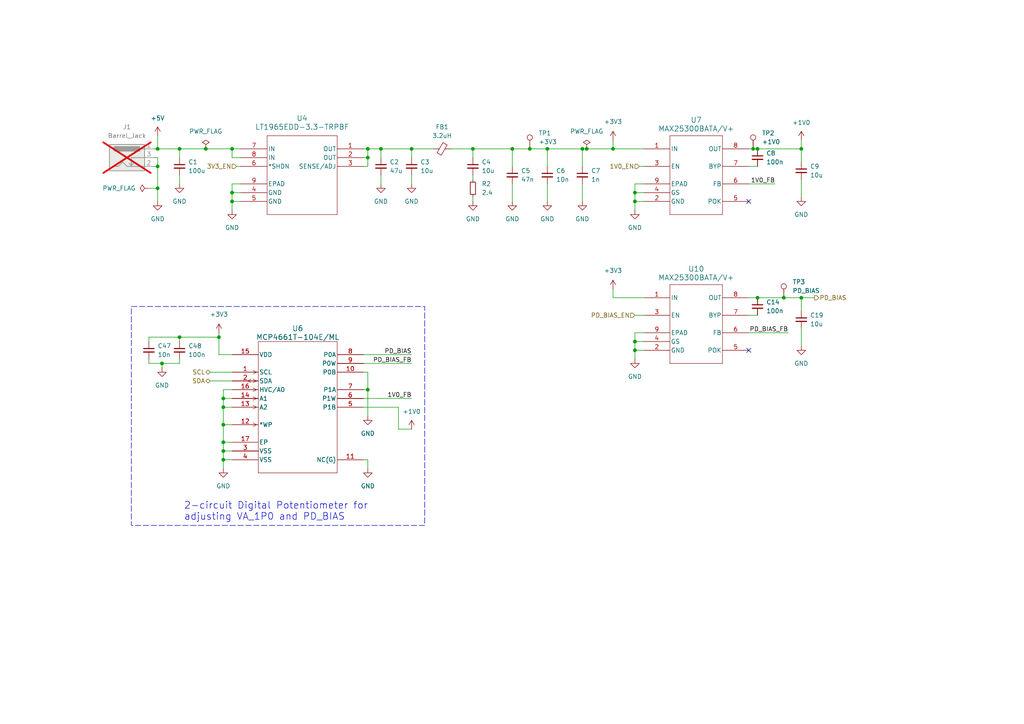
<source format=kicad_sch>
(kicad_sch (version 20230121) (generator eeschema)
  (paper "A4")
  (lib_symbols
    (symbol "Connector:Barrel_Jack_Switch" (pin_names hide)
      (property "Reference" "J" (at 0 5.334 0))
      (property "Value" "Barrel_Jack_Switch" (at 0 -5.08 0))
      (symbol "Barrel_Jack_Switch_0_1"
        (rectangle (start -5.08 3.81) (end 5.08 -3.81) (stroke (width 0.254)) (fill (type background)))
        (arc (start -3.302 3.175) (mid -3.9343 2.54) (end -3.302 1.905) (stroke (width 0.254)))
        (arc (start -3.302 3.175) (mid -3.9343 2.54) (end -3.302 1.905) (stroke (width 0.254)) (fill (type outline)))
        (polyline (pts (xy 1.27 -2.286) (xy 1.905 -1.651)) (stroke (width 0.254)))
        (polyline (pts (xy 5.08 2.54) (xy 3.81 2.54)) (stroke (width 0.254)))
        (polyline (pts (xy 5.08 0) (xy 1.27 0) (xy 1.27 -2.286) (xy 0.635 -1.651)) (stroke (width 0.254)))
        (polyline (pts (xy -3.81 -2.54) (xy -2.54 -2.54) (xy -1.27 -1.27) (xy 0 -2.54) (xy 2.54 -2.54) (xy 5.08 -2.54)) (stroke (width 0.254)))
        (rectangle (start 3.683 3.175) (end -3.302 1.905) (stroke (width 0.254)) (fill (type outline)))
      )
      (symbol "Barrel_Jack_Switch_1_1"
        (pin passive line (at 7.62 2.54 180) (length 2.54) (name "~") (number "1"))
        (pin passive line (at 7.62 -2.54 180) (length 2.54) (name "~") (number "2"))
        (pin passive line (at 7.62 0 180) (length 2.54) (name "~") (number "3"))
      )
    )
    (symbol "Connector:TestPoint" (pin_numbers hide) (pin_names (offset 0.762) hide)
      (property "Reference" "TP" (at 0 6.858 0))
      (property "Value" "TestPoint" (at 0 5.08 0))
      (symbol "TestPoint_0_1"
        (circle (center 0 3.302) (radius 0.762))
      )
      (symbol "TestPoint_1_1"
        (pin passive line (at 0 0 90) (length 2.54) (name "1") (number "1"))
      )
    )
    (symbol "Device:C_Small" (pin_numbers hide) (pin_names (offset 0.254) hide)
      (property "Reference" "C" (at 0.254 1.778 0))
      (property "Value" "C_Small" (at 0.254 -2.032 0))
      (symbol "C_Small_0_1"
        (polyline (pts (xy -1.524 -0.508) (xy 1.524 -0.508)) (stroke (width 0.3302)))
        (polyline (pts (xy -1.524 0.508) (xy 1.524 0.508)) (stroke (width 0.3048)))
      )
      (symbol "C_Small_1_1"
        (pin passive line (at 0 2.54 270) (length 2.032) (name "~") (number "1"))
        (pin passive line (at 0 -2.54 90) (length 2.032) (name "~") (number "2"))
      )
    )
    (symbol "Device:FerriteBead_Small" (pin_numbers hide) (pin_names (offset 0))
      (property "Reference" "FB" (at 1.905 1.27 0))
      (property "Value" "FerriteBead_Small" (at 1.905 -1.27 0))
      (symbol "FerriteBead_Small_0_1"
        (polyline (pts (xy 0 -1.27) (xy 0 -0.7874)))
        (polyline (pts (xy 0 0.889) (xy 0 1.2954)))
        (polyline (pts (xy -1.8288 0.2794) (xy -1.1176 1.4986) (xy 1.8288 -0.2032) (xy 1.1176 -1.4224) (xy -1.8288 0.2794)))
      )
      (symbol "FerriteBead_Small_1_1"
        (pin passive line (at 0 2.54 270) (length 1.27) (name "~") (number "1"))
        (pin passive line (at 0 -2.54 90) (length 1.27) (name "~") (number "2"))
      )
    )
    (symbol "Device:R_Small" (pin_numbers hide) (pin_names (offset 0.254) hide)
      (property "Reference" "R" (at 0.762 0.508 0))
      (property "Value" "R_Small" (at 0.762 -1.016 0))
      (symbol "R_Small_0_1"
        (rectangle (start -0.762 1.778) (end 0.762 -1.778) (stroke (width 0.2032)))
      )
      (symbol "R_Small_1_1"
        (pin passive line (at 0 2.54 270) (length 0.762) (name "~") (number "1"))
        (pin passive line (at 0 -2.54 90) (length 0.762) (name "~") (number "2"))
      )
    )
    (symbol "imported_components:LT1965EDD-3.3-TRPBF" (pin_names (offset 0.254))
      (property "Reference" "U" (at 0 15.24 0))
      (property "Value" "LT1965EDD-3.3-TRPBF" (at 0 12.7 0))
      (symbol "LT1965EDD-3.3-TRPBF_0_1"
        (polyline (pts (xy -10.16 -11.43) (xy 10.16 -11.43)) (stroke (width 0.127)))
        (polyline (pts (xy -10.16 11.43) (xy -10.16 -11.43)) (stroke (width 0.127)))
        (polyline (pts (xy 10.16 -11.43) (xy 10.16 11.43)) (stroke (width 0.127)))
        (polyline (pts (xy 10.16 11.43) (xy -10.16 11.43)) (stroke (width 0.127)))
        (pin input line (at 17.78 2.54 180) (length 7.62) (name "SENSE/ADJ") (number "3"))
        (pin power_in line (at -17.78 -5.08 0) (length 7.62) (name "GND") (number "4"))
        (pin power_in line (at -17.78 -7.62 0) (length 7.62) (name "GND") (number "5"))
      )
      (symbol "LT1965EDD-3.3-TRPBF_1_1"
        (pin power_out line (at 17.78 7.62 180) (length 7.62) (name "OUT") (number "1"))
        (pin power_in line (at 17.78 5.08 180) (length 7.62) (name "OUT") (number "2"))
        (pin input line (at -17.78 2.54 0) (length 7.62) (name "*SHDN") (number "6"))
        (pin power_in line (at -17.78 7.62 0) (length 7.62) (name "IN") (number "7"))
        (pin power_in line (at -17.78 5.08 0) (length 7.62) (name "IN") (number "8"))
        (pin power_in line (at -17.78 -2.54 0) (length 7.62) (name "EPAD") (number "9"))
      )
    )
    (symbol "imported_components:MAX25300BATA_V+" (pin_names (offset 0.254))
      (property "Reference" "U" (at 0 15.24 0))
      (property "Value" "MAX25300BATA/V+" (at 0 12.7 0))
      (symbol "MAX25300BATA_V+_0_1"
        (polyline (pts (xy -7.62 -11.43) (xy 7.62 -11.43)) (stroke (width 0.127)))
        (polyline (pts (xy -7.62 11.43) (xy -7.62 -11.43)) (stroke (width 0.127)))
        (polyline (pts (xy 7.62 -11.43) (xy 7.62 11.43)) (stroke (width 0.127)))
        (polyline (pts (xy 7.62 11.43) (xy -7.62 11.43)) (stroke (width 0.127)))
        (pin power_in line (at -15.24 -7.62 0) (length 7.62) (name "GND") (number "2"))
        (pin input line (at -15.24 2.54 0) (length 7.62) (name "EN") (number "3"))
        (pin output line (at 15.24 -7.62 180) (length 7.62) (name "POK") (number "5"))
        (pin input line (at 15.24 -2.54 180) (length 7.62) (name "FB") (number "6"))
        (pin input line (at 15.24 2.54 180) (length 7.62) (name "BYP") (number "7"))
        (pin power_in line (at -15.24 -2.54 0) (length 7.62) (name "EPAD") (number "9"))
      )
      (symbol "MAX25300BATA_V+_1_1"
        (pin power_in line (at -15.24 7.62 0) (length 7.62) (name "IN") (number "1"))
        (pin power_in line (at -15.24 -5.08 0) (length 7.62) (name "GS") (number "4"))
        (pin power_out line (at 15.24 7.62 180) (length 7.62) (name "OUT") (number "8"))
      )
    )
    (symbol "imported_components:MCP4661T-104E_ML" (pin_names (offset 0.254))
      (property "Reference" "U" (at 0 22.86 0))
      (property "Value" "MCP4661T-104E/ML" (at 0 20.32 0))
      (symbol "MCP4661T-104E_ML_0_1"
        (polyline (pts (xy -13.5128 7.0993) (xy -14.5542 7.62)) (stroke (width 0.127)))
        (polyline (pts (xy -13.5128 8.1407) (xy -14.5542 7.62)) (stroke (width 0.127)))
        (polyline (pts (xy -11.9507 -5.08) (xy -12.9921 -5.6007)) (stroke (width 0.127)))
        (polyline (pts (xy -11.9507 -5.08) (xy -12.9921 -4.5593)) (stroke (width 0.127)))
        (polyline (pts (xy -11.9507 0) (xy -12.9921 -0.5207)) (stroke (width 0.127)))
        (polyline (pts (xy -11.9507 0) (xy -12.9921 0.5207)) (stroke (width 0.127)))
        (polyline (pts (xy -11.9507 2.54) (xy -12.9921 2.0193)) (stroke (width 0.127)))
        (polyline (pts (xy -11.9507 2.54) (xy -12.9921 3.0607)) (stroke (width 0.127)))
        (polyline (pts (xy -11.9507 5.08) (xy -12.9921 4.5593)) (stroke (width 0.127)))
        (polyline (pts (xy -11.9507 5.08) (xy -12.9921 5.6007)) (stroke (width 0.127)))
        (polyline (pts (xy -11.9507 7.62) (xy -12.9921 7.0993)) (stroke (width 0.127)))
        (polyline (pts (xy -11.9507 7.62) (xy -12.9921 8.1407)) (stroke (width 0.127)))
        (polyline (pts (xy -11.9507 10.16) (xy -12.9921 9.6393)) (stroke (width 0.127)))
        (polyline (pts (xy -11.9507 10.16) (xy -12.9921 10.6807)) (stroke (width 0.127)))
        (polyline (pts (xy -11.43 -19.05) (xy 11.43 -19.05)) (stroke (width 0.127)))
        (polyline (pts (xy -11.43 19.05) (xy -11.43 -19.05)) (stroke (width 0.127)))
        (polyline (pts (xy 11.43 -19.05) (xy 11.43 19.05)) (stroke (width 0.127)))
        (polyline (pts (xy 11.43 19.05) (xy -11.43 19.05)) (stroke (width 0.127)))
        (pin input line (at -19.05 10.16 0) (length 7.62) (name "SCL") (number "1"))
        (pin input line (at -19.05 -5.08 0) (length 7.62) (name "*WP") (number "12"))
        (pin input line (at -19.05 0 0) (length 7.62) (name "A2") (number "13"))
        (pin input line (at -19.05 2.54 0) (length 7.62) (name "A1") (number "14"))
        (pin power_in line (at -19.05 15.24 0) (length 7.62) (name "VDD") (number "15"))
        (pin input line (at -19.05 5.08 0) (length 7.62) (name "HVC/A0") (number "16"))
        (pin bidirectional line (at -19.05 7.62 0) (length 7.62) (name "SDA") (number "2"))
        (pin power_in line (at -19.05 -12.7 0) (length 7.62) (name "VSS") (number "3"))
        (pin power_in line (at -19.05 -15.24 0) (length 7.62) (name "VSS") (number "4"))
      )
      (symbol "MCP4661T-104E_ML_1_1"
        (pin passive line (at 19.05 10.16 180) (length 7.62) (name "P0B") (number "10"))
        (pin power_in line (at 19.05 -15.24 180) (length 7.62) (name "NC(G)") (number "11"))
        (pin power_in line (at -19.05 -10.16 0) (length 7.62) (name "EP") (number "17"))
        (pin passive line (at 19.05 0 180) (length 7.62) (name "P1B") (number "5"))
        (pin passive line (at 19.05 2.54 180) (length 7.62) (name "P1W") (number "6"))
        (pin passive line (at 19.05 5.08 180) (length 7.62) (name "P1A") (number "7"))
        (pin passive line (at 19.05 15.24 180) (length 7.62) (name "P0A") (number "8"))
        (pin passive line (at 19.05 12.7 180) (length 7.62) (name "P0W") (number "9"))
      )
    )
    (symbol "power:+1V0" (power) (pin_names (offset 0))
      (property "Value" "+1V0" (at 0 3.556 0))
      (symbol "+1V0_0_1"
        (polyline (pts (xy -0.762 1.27) (xy 0 2.54)))
        (polyline (pts (xy 0 0) (xy 0 2.54)))
        (polyline (pts (xy 0 2.54) (xy 0.762 1.27)))
      )
      (symbol "+1V0_1_1"
        (pin power_in line (at 0 0 90) (length 0) hide (name "+1V0") (number "1"))
      )
    )
    (symbol "power:+3V3" (power) (pin_names (offset 0))
      (property "Value" "+3V3" (at 0 3.556 0))
      (symbol "+3V3_0_1"
        (polyline (pts (xy -0.762 1.27) (xy 0 2.54)))
        (polyline (pts (xy 0 0) (xy 0 2.54)))
        (polyline (pts (xy 0 2.54) (xy 0.762 1.27)))
      )
      (symbol "+3V3_1_1"
        (pin power_in line (at 0 0 90) (length 0) hide (name "+3V3") (number "1"))
      )
    )
    (symbol "power:+5V" (power) (pin_names (offset 0))
      (property "Value" "+5V" (at 0 3.556 0))
      (symbol "+5V_0_1"
        (polyline (pts (xy -0.762 1.27) (xy 0 2.54)))
        (polyline (pts (xy 0 0) (xy 0 2.54)))
        (polyline (pts (xy 0 2.54) (xy 0.762 1.27)))
      )
      (symbol "+5V_1_1"
        (pin power_in line (at 0 0 90) (length 0) hide (name "+5V") (number "1"))
      )
    )
    (symbol "power:GND" (power) (pin_names (offset 0))
      (property "Value" "GND" (at 0 -3.81 0))
      (symbol "GND_0_1"
        (polyline (pts (xy 0 0) (xy 0 -1.27) (xy 1.27 -1.27) (xy 0 -2.54) (xy -1.27 -1.27) (xy 0 -1.27)))
      )
      (symbol "GND_1_1"
        (pin power_in line (at 0 0 270) (length 0) hide (name "GND") (number "1"))
      )
    )
    (symbol "power:PWR_FLAG" (power) (pin_numbers hide) (pin_names (offset 0) hide)
      (property "Value" "PWR_FLAG" (at 0 3.81 0))
      (symbol "PWR_FLAG_0_0"
        (pin power_out line (at 0 0 90) (length 0) (name "pwr") (number "1"))
      )
      (symbol "PWR_FLAG_0_1"
        (polyline (pts (xy 0 0) (xy 0 1.27) (xy -1.016 1.905) (xy 0 2.54) (xy 1.016 1.905) (xy 0 1.27)))
      )
    )
  )
  (junction (at 45.72 54.61))
  (junction (at 106.68 45.72))
  (junction (at 67.31 43.18))
  (junction (at 218.44 43.18))
  (junction (at 110.49 43.18))
  (junction (at 158.75 43.18))
  (junction (at 46.99 105.41))
  (junction (at 63.5 97.79))
  (junction (at 52.07 43.18))
  (junction (at 64.77 118.11))
  (junction (at 67.31 58.42))
  (junction (at 232.41 86.36))
  (junction (at 45.72 43.18))
  (junction (at 148.59 43.18))
  (junction (at 219.71 86.36))
  (junction (at 184.15 58.42))
  (junction (at 219.71 43.18))
  (junction (at 137.16 43.18))
  (junction (at 64.77 128.27))
  (junction (at 106.68 43.18))
  (junction (at 119.38 43.18))
  (junction (at 64.77 130.81))
  (junction (at 64.77 115.57))
  (junction (at 106.68 113.03))
  (junction (at 184.15 55.88))
  (junction (at 64.77 133.35))
  (junction (at 64.77 123.19))
  (junction (at 232.41 43.18))
  (junction (at 153.67 43.18))
  (junction (at 170.18 43.18))
  (junction (at 45.72 48.26))
  (junction (at 52.07 97.79))
  (junction (at 168.91 43.18))
  (junction (at 184.15 101.6))
  (junction (at 59.69 43.18))
  (junction (at 67.31 55.88))
  (junction (at 227.33 86.36))
  (junction (at 184.15 99.06))
  (junction (at 177.8 43.18))
  (no_connect (at 217.17 101.6))
  (no_connect (at 217.17 58.42))
  (wire (pts (xy 64.77 118.11) (xy 67.31 118.11)))
  (wire (pts (xy 105.41 43.18) (xy 106.68 43.18)))
  (wire (pts (xy 110.49 43.18) (xy 110.49 45.72)))
  (wire (pts (xy 219.71 86.36) (xy 227.33 86.36)))
  (wire (pts (xy 217.17 53.34) (xy 224.79 53.34)))
  (wire (pts (xy 69.85 45.72) (xy 67.31 45.72)))
  (wire (pts (xy 45.72 54.61) (xy 43.18 54.61)))
  (wire (pts (xy 52.07 104.14) (xy 52.07 105.41)))
  (wire (pts (xy 105.41 48.26) (xy 106.68 48.26)))
  (wire (pts (xy 177.8 83.82) (xy 177.8 86.36)))
  (wire (pts (xy 184.15 99.06) (xy 186.69 99.06)))
  (wire (pts (xy 137.16 43.18) (xy 137.16 45.72)))
  (wire (pts (xy 115.57 124.46) (xy 119.38 124.46)))
  (wire (pts (xy 119.38 43.18) (xy 125.73 43.18)))
  (wire (pts (xy 44.45 43.18) (xy 45.72 43.18)))
  (wire (pts (xy 63.5 96.52) (xy 63.5 97.79)))
  (wire (pts (xy 52.07 43.18) (xy 59.69 43.18)))
  (wire (pts (xy 67.31 113.03) (xy 64.77 113.03)))
  (wire (pts (xy 217.17 91.44) (xy 219.71 91.44)))
  (wire (pts (xy 106.68 48.26) (xy 106.68 45.72)))
  (wire (pts (xy 105.41 107.95) (xy 106.68 107.95)))
  (wire (pts (xy 67.31 45.72) (xy 67.31 43.18)))
  (wire (pts (xy 45.72 54.61) (xy 45.72 58.42)))
  (wire (pts (xy 64.77 115.57) (xy 64.77 118.11)))
  (wire (pts (xy 168.91 53.34) (xy 168.91 58.42)))
  (wire (pts (xy 184.15 58.42) (xy 186.69 58.42)))
  (wire (pts (xy 148.59 43.18) (xy 153.67 43.18)))
  (wire (pts (xy 43.18 97.79) (xy 43.18 99.06)))
  (wire (pts (xy 67.31 58.42) (xy 67.31 60.96)))
  (wire (pts (xy 60.96 110.49) (xy 67.31 110.49)))
  (wire (pts (xy 46.99 105.41) (xy 46.99 106.68)))
  (wire (pts (xy 219.71 43.18) (xy 232.41 43.18)))
  (wire (pts (xy 63.5 102.87) (xy 67.31 102.87)))
  (wire (pts (xy 64.77 123.19) (xy 67.31 123.19)))
  (wire (pts (xy 184.15 99.06) (xy 184.15 101.6)))
  (wire (pts (xy 106.68 45.72) (xy 106.68 43.18)))
  (wire (pts (xy 227.33 86.36) (xy 232.41 86.36)))
  (wire (pts (xy 184.15 55.88) (xy 184.15 58.42)))
  (wire (pts (xy 137.16 57.15) (xy 137.16 58.42)))
  (wire (pts (xy 184.15 53.34) (xy 184.15 55.88)))
  (wire (pts (xy 45.72 45.72) (xy 45.72 48.26)))
  (wire (pts (xy 52.07 50.8) (xy 52.07 53.34)))
  (wire (pts (xy 64.77 130.81) (xy 64.77 133.35)))
  (wire (pts (xy 44.45 48.26) (xy 45.72 48.26)))
  (wire (pts (xy 148.59 43.18) (xy 148.59 48.26)))
  (wire (pts (xy 184.15 101.6) (xy 184.15 104.14)))
  (wire (pts (xy 119.38 43.18) (xy 119.38 45.72)))
  (wire (pts (xy 60.96 107.95) (xy 67.31 107.95)))
  (wire (pts (xy 177.8 40.64) (xy 177.8 43.18)))
  (wire (pts (xy 63.5 97.79) (xy 63.5 102.87)))
  (wire (pts (xy 64.77 113.03) (xy 64.77 115.57)))
  (wire (pts (xy 177.8 43.18) (xy 186.69 43.18)))
  (wire (pts (xy 232.41 40.64) (xy 232.41 43.18)))
  (wire (pts (xy 52.07 99.06) (xy 52.07 97.79)))
  (wire (pts (xy 217.17 96.52) (xy 228.6 96.52)))
  (wire (pts (xy 119.38 50.8) (xy 119.38 53.34)))
  (wire (pts (xy 67.31 53.34) (xy 67.31 55.88)))
  (wire (pts (xy 105.41 118.11) (xy 115.57 118.11)))
  (wire (pts (xy 137.16 50.8) (xy 137.16 52.07)))
  (wire (pts (xy 52.07 97.79) (xy 63.5 97.79)))
  (wire (pts (xy 67.31 55.88) (xy 69.85 55.88)))
  (wire (pts (xy 130.81 43.18) (xy 137.16 43.18)))
  (wire (pts (xy 137.16 43.18) (xy 148.59 43.18)))
  (wire (pts (xy 218.44 43.18) (xy 219.71 43.18)))
  (wire (pts (xy 46.99 105.41) (xy 43.18 105.41)))
  (wire (pts (xy 186.69 96.52) (xy 184.15 96.52)))
  (wire (pts (xy 217.17 48.26) (xy 219.71 48.26)))
  (wire (pts (xy 64.77 128.27) (xy 64.77 130.81)))
  (wire (pts (xy 115.57 118.11) (xy 115.57 124.46)))
  (wire (pts (xy 232.41 95.25) (xy 232.41 100.33)))
  (wire (pts (xy 67.31 58.42) (xy 69.85 58.42)))
  (wire (pts (xy 110.49 43.18) (xy 119.38 43.18)))
  (wire (pts (xy 106.68 43.18) (xy 110.49 43.18)))
  (wire (pts (xy 45.72 39.37) (xy 45.72 43.18)))
  (wire (pts (xy 43.18 97.79) (xy 52.07 97.79)))
  (wire (pts (xy 168.91 43.18) (xy 170.18 43.18)))
  (wire (pts (xy 67.31 115.57) (xy 64.77 115.57)))
  (wire (pts (xy 106.68 113.03) (xy 106.68 120.65)))
  (wire (pts (xy 217.17 43.18) (xy 218.44 43.18)))
  (wire (pts (xy 45.72 43.18) (xy 52.07 43.18)))
  (wire (pts (xy 44.45 45.72) (xy 45.72 45.72)))
  (wire (pts (xy 43.18 105.41) (xy 43.18 104.14)))
  (wire (pts (xy 69.85 48.26) (xy 68.58 48.26)))
  (wire (pts (xy 105.41 45.72) (xy 106.68 45.72)))
  (wire (pts (xy 158.75 43.18) (xy 158.75 48.26)))
  (wire (pts (xy 158.75 53.34) (xy 158.75 58.42)))
  (wire (pts (xy 67.31 43.18) (xy 69.85 43.18)))
  (wire (pts (xy 105.41 133.35) (xy 106.68 133.35)))
  (wire (pts (xy 67.31 128.27) (xy 64.77 128.27)))
  (wire (pts (xy 148.59 53.34) (xy 148.59 58.42)))
  (wire (pts (xy 232.41 86.36) (xy 236.22 86.36)))
  (wire (pts (xy 105.41 102.87) (xy 119.38 102.87)))
  (wire (pts (xy 59.69 43.18) (xy 67.31 43.18)))
  (wire (pts (xy 184.15 58.42) (xy 184.15 60.96)))
  (wire (pts (xy 184.15 91.44) (xy 186.69 91.44)))
  (wire (pts (xy 185.42 48.26) (xy 186.69 48.26)))
  (wire (pts (xy 52.07 43.18) (xy 52.07 45.72)))
  (wire (pts (xy 217.17 86.36) (xy 219.71 86.36)))
  (wire (pts (xy 158.75 43.18) (xy 168.91 43.18)))
  (wire (pts (xy 232.41 52.07) (xy 232.41 57.15)))
  (wire (pts (xy 67.31 55.88) (xy 67.31 58.42)))
  (wire (pts (xy 105.41 115.57) (xy 119.38 115.57)))
  (wire (pts (xy 105.41 105.41) (xy 119.38 105.41)))
  (wire (pts (xy 168.91 43.18) (xy 168.91 48.26)))
  (wire (pts (xy 232.41 43.18) (xy 232.41 46.99)))
  (wire (pts (xy 105.41 113.03) (xy 106.68 113.03)))
  (wire (pts (xy 64.77 118.11) (xy 64.77 123.19)))
  (wire (pts (xy 153.67 43.18) (xy 158.75 43.18)))
  (wire (pts (xy 184.15 55.88) (xy 186.69 55.88)))
  (wire (pts (xy 69.85 53.34) (xy 67.31 53.34)))
  (wire (pts (xy 184.15 96.52) (xy 184.15 99.06)))
  (wire (pts (xy 232.41 86.36) (xy 232.41 90.17)))
  (wire (pts (xy 110.49 50.8) (xy 110.49 53.34)))
  (wire (pts (xy 106.68 107.95) (xy 106.68 113.03)))
  (wire (pts (xy 106.68 133.35) (xy 106.68 135.89)))
  (wire (pts (xy 64.77 133.35) (xy 67.31 133.35)))
  (wire (pts (xy 64.77 133.35) (xy 64.77 135.89)))
  (wire (pts (xy 45.72 54.61) (xy 45.72 48.26)))
  (wire (pts (xy 184.15 101.6) (xy 186.69 101.6)))
  (wire (pts (xy 170.18 43.18) (xy 177.8 43.18)))
  (wire (pts (xy 64.77 130.81) (xy 67.31 130.81)))
  (wire (pts (xy 52.07 105.41) (xy 46.99 105.41)))
  (wire (pts (xy 64.77 123.19) (xy 64.77 128.27)))
  (wire (pts (xy 177.8 86.36) (xy 186.69 86.36)))
  (wire (pts (xy 186.69 53.34) (xy 184.15 53.34)))
  (rectangle (start 38.1 88.9) (end 123.19 152.4) (stroke (width 0) (type dash)))
  (text "2-circuit Digital Potentiometer for \nadjusting VA_1P0 and PD_BIAS" (at 53.34 151.13 0) (effects (font (size 2 2)) (justify left bottom)))
  (label "PD_BIAS_FB" (at 228.6 96.52 180))
  (label "PD_BIAS_FB" (at 119.38 105.41 180))
  (label "1V0_FB" (at 119.38 115.57 180))
  (label "PD_BIAS" (at 119.38 102.87 180))
  (label "1V0_FB" (at 224.79 53.34 180))
  (hierarchical_label "1V0_EN" (shape input) (at 185.42 48.26 180))
  (hierarchical_label "PD_BIAS" (shape output) (at 236.22 86.36 0))
  (hierarchical_label "3V3_EN" (shape input) (at 68.58 48.26 180))
  (hierarchical_label "SDA" (shape bidirectional) (at 60.96 110.49 180))
  (hierarchical_label "PD_BIAS_EN" (shape input) (at 184.15 91.44 180))
  (hierarchical_label "SCL" (shape bidirectional) (at 60.96 107.95 180))
  (symbol (lib_id "power:GND") (at 184.15 60.96 0) (unit 1)
    (property "Reference" "#PWR023" (effects hide))
    (property "Value" "GND" (at 184.15 66.04 0))
    (instances (project "pixel_char_fall2023" (path "" (reference "#PWR023") (unit 1)) (path "" (reference "#PWR050") (unit 1))))
  )
  (symbol (lib_id "power:+3V3") (at 177.8 83.82 0) (unit 1)
    (property "Reference" "#PWR039" (effects hide))
    (property "Value" "+3V3" (at 177.8 78.486 0))
    (instances (project "pixel_char_fall2023" (path "" (reference "#PWR039") (unit 1)) (path "" (reference "#PWR051") (unit 1))))
  )
  (symbol (lib_id "Device:C_Small") (at 119.38 48.26 0) (unit 1)
    (property "Reference" "C3" (at 121.92 46.9963 0) (effects (justify left)))
    (property "Value" "10u" (at 121.92 49.5363 0) (effects (justify left)))
    (property "Footprint" "Capacitor_SMD:C_0603_1608Metric" (effects hide))
    (property "Description" "CAP CER 10UF 6.3V X5R 0603" (effects hide))
    (property "Manufacturer" "Murata Electronics" (effects hide))
    (property "PartNum" "GRM188R60J106KE47D" (effects hide))
    (instances (project "pixel_char_fall2023" (path "" (reference "C3") (unit 1)) (path "" (reference "C39") (unit 1))))
  )
  (symbol (lib_id "Device:C_Small") (at 158.75 50.8 0) (unit 1)
    (property "Reference" "C6" (at 161.29 49.5363 0) (effects (justify left)))
    (property "Value" "10n" (at 161.29 52.0763 0) (effects (justify left)))
    (property "Footprint" "Capacitor_SMD:C_0402_1005Metric" (effects hide))
    (property "Description" "CAP CER 10000PF 16V X7R 0402" (effects hide))
    (property "Manufacturer" "Murata Electronics" (effects hide))
    (property "PartNum" "GRT155R71C103KE01J" (effects hide))
    (instances (project "pixel_char_fall2023" (path "" (reference "C6") (unit 1)) (path "" (reference "C43") (unit 1))))
  )
  (symbol (lib_id "power:GND") (at 106.68 135.89 0) (unit 1)
    (property "Reference" "#PWR020" (effects hide))
    (property "Value" "GND" (at 106.68 140.97 0))
    (instances (project "pixel_char_fall2023" (path "" (reference "#PWR020") (unit 1)) (path "" (reference "#PWR059") (unit 1))))
  )
  (symbol (lib_id "Device:C_Small") (at 52.07 101.6 0) (unit 1)
    (property "Reference" "C48" (at 54.61 100.3363 0) (effects (justify left)))
    (property "Value" "100n" (at 54.61 102.8763 0) (effects (justify left)))
    (property "Footprint" "Capacitor_SMD:C_0402_1005Metric" (effects hide))
    (property "Description" "CAP CER 0.1UF 25V X7R 0402" (effects hide))
    (property "Manufacturer" "Murata Electronics" (effects hide))
    (property "PartNum" "GRM155R71E104KE14J" (effects hide))
  )
  (symbol (lib_id "Device:C_Small") (at 168.91 50.8 0) (unit 1)
    (property "Reference" "C7" (at 171.45 49.5363 0) (effects (justify left)))
    (property "Value" "1n" (at 171.45 52.0763 0) (effects (justify left)))
    (property "Footprint" "Capacitor_SMD:C_0402_1005Metric" (effects hide))
    (property "Description" "CAP CER 1000PF 25V C0G/NP0 0402" (effects hide))
    (property "Manufacturer" "Murata Electronics" (effects hide))
    (property "PartNum" "GRT1555C1E102JA02J" (effects hide))
    (instances (project "pixel_char_fall2023" (path "" (reference "C7") (unit 1)) (path "" (reference "C44") (unit 1))))
  )
  (symbol (lib_id "power:GND") (at 232.41 100.33 0) (unit 1)
    (property "Reference" "#PWR050" (effects hide))
    (property "Value" "GND" (at 232.41 105.41 0))
    (instances (project "pixel_char_fall2023" (path "" (reference "#PWR050") (unit 1)) (path "" (reference "#PWR054") (unit 1))))
  )
  (symbol (lib_id "Device:C_Small") (at 43.18 101.6 0) (unit 1)
    (property "Reference" "C47" (at 45.72 100.3363 0) (effects (justify left)))
    (property "Value" "10n" (at 45.72 102.8763 0) (effects (justify left)))
    (property "Footprint" "Capacitor_SMD:C_0402_1005Metric" (effects hide))
    (property "Description" "CAP CER 10000PF 16V X7R 0402" (effects hide))
    (property "Manufacturer" "Murata Electronics" (effects hide))
    (property "PartNum" "GRT155R71C103KE01J" (effects hide))
  )
  (symbol (lib_id "power:PWR_FLAG") (at 59.69 43.18 0) (unit 1)
    (property "Reference" "#FLG03" (effects hide))
    (property "Value" "PWR_FLAG" (at 59.69 38.1 0))
  )
  (symbol (lib_id "power:GND") (at 45.72 58.42 0) (unit 1)
    (property "Reference" "#PWR01" (effects hide))
    (property "Value" "GND" (at 45.72 63.5 0))
    (instances (project "pixel_char_fall2023" (path "" (reference "#PWR01") (unit 1)) (path "" (reference "#PWR040") (unit 1))))
  )
  (symbol (lib_id "imported_components:LT1965EDD-3.3-TRPBF") (at 87.63 50.8 0) (unit 1)
    (property "Reference" "U4" (at 87.63 34.29 0) (effects (font (size 1.524 1.524))))
    (property "Value" "LT1965EDD-3.3-TRPBF" (at 87.63 36.83 0) (effects (font (size 1.524 1.524))))
    (property "Footprint" "imported_footprints:DFN-8_DD_LIT" (effects hide))
    (property "Datasheet" "https://www.analog.com/media/en/technical-documentation/data-sheets/1965fb.pdf" (effects hide))
    (property "PartNum" "LT1965EDD-3.3#TRPBF" (effects hide))
    (property "Description" "IC REG LINEAR 3.3V 1.1A 8DFN" (effects hide))
    (property "Manufacturer" "Analog Devices Inc." (effects hide))
    (instances (project "pixel_char_fall2023" (path "" (reference "U4") (unit 1)) (path "" (reference "U6") (unit 1))))
  )
  (symbol (lib_id "power:GND") (at 148.59 58.42 0) (unit 1)
    (property "Reference" "#PWR015" (effects hide))
    (property "Value" "GND" (at 148.59 63.5 0))
    (instances (project "pixel_char_fall2023" (path "" (reference "#PWR015") (unit 1)) (path "" (reference "#PWR046") (unit 1))))
  )
  (symbol (lib_id "power:PWR_FLAG") (at 43.18 54.61 90) (unit 1)
    (property "Reference" "#FLG04" (effects hide))
    (property "Value" "PWR_FLAG" (at 39.37 54.61 90) (effects (justify left)))
  )
  (symbol (lib_id "power:GND") (at 168.91 58.42 0) (unit 1)
    (property "Reference" "#PWR018" (effects hide))
    (property "Value" "GND" (at 168.91 63.5 0))
    (instances (project "pixel_char_fall2023" (path "" (reference "#PWR018") (unit 1)) (path "" (reference "#PWR048") (unit 1))))
  )
  (symbol (lib_id "Device:C_Small") (at 219.71 45.72 0) (unit 1)
    (property "Reference" "C8" (at 222.25 44.4563 0) (effects (justify left)))
    (property "Value" "100n" (at 222.25 46.9963 0) (effects (justify left)))
    (property "Footprint" "Capacitor_SMD:C_0402_1005Metric" (effects hide))
    (property "Description" "CAP CER 0.1UF 25V X7R 0402" (effects hide))
    (property "Manufacturer" "Murata Electronics" (effects hide))
    (property "PartNum" "GRM155R71E104KE14J" (effects hide))
    (instances (project "pixel_char_fall2023" (path "" (reference "C8") (unit 1)) (path "" (reference "C36") (unit 1))))
  )
  (symbol (lib_id "Device:C_Small") (at 110.49 48.26 0) (unit 1)
    (property "Reference" "C2" (at 113.03 46.9963 0) (effects (justify left)))
    (property "Value" "47u" (at 113.03 49.5363 0) (effects (justify left)))
    (property "Footprint" "Capacitor_SMD:C_0603_1608Metric" (effects hide))
    (property "Description" "CAP CER 47UF 6.3V X5R 0603" (effects hide))
    (property "Manufacturer" "Murata Electronics" (effects hide))
    (property "PartNum" "GRM188R60J476ME15J" (effects hide))
    (instances (project "pixel_char_fall2023" (path "" (reference "C2") (unit 1)) (path "" (reference "C38") (unit 1))))
  )
  (symbol (lib_id "Connector:Barrel_Jack_Switch") (at 36.83 45.72 0) (unit 1) (dnp yes)
    (property "Reference" "J1" (at 36.83 36.83 0))
    (property "Value" "Barrel_Jack" (at 36.83 39.37 0))
    (property "Footprint" "imported_footprints:ADC-028-1-TR-PA10T" (effects hide))
    (property "PartNum" "ADC-028-1-T/R-PA10T" (effects hide))
    (property "Description" "DC POWER JACK" (effects hide))
    (property "Manufacturer" "Adam Techs" (effects hide))
    (instances (project "pixel_char_fall2023" (path "" (reference "J1") (unit 1)) (path "" (reference "J9") (unit 1))))
  )
  (symbol (lib_id "power:GND") (at 232.41 57.15 0) (unit 1)
    (property "Reference" "#PWR036" (effects hide))
    (property "Value" "GND" (at 232.41 62.23 0))
    (instances (project "pixel_char_fall2023" (path "" (reference "#PWR036") (unit 1)) (path "" (reference "#PWR044") (unit 1))))
  )
  (symbol (lib_id "Device:C_Small") (at 232.41 49.53 0) (unit 1)
    (property "Reference" "C9" (at 234.95 48.2663 0) (effects (justify left)))
    (property "Value" "10u" (at 234.95 50.8063 0) (effects (justify left)))
    (property "Footprint" "Capacitor_SMD:C_0603_1608Metric" (effects hide))
    (property "Description" "CAP CER 10UF 6.3V X5R 0603" (effects hide))
    (property "Manufacturer" "Murata Electronics" (effects hide))
    (property "PartNum" "GRM188R60J106KE47D" (effects hide))
    (instances (project "pixel_char_fall2023" (path "" (reference "C9") (unit 1)) (path "" (reference "C41") (unit 1))))
  )
  (symbol (lib_id "power:GND") (at 46.99 106.68 0) (unit 1)
    (property "Reference" "#PWR012" (effects hide))
    (property "Value" "GND" (at 46.99 111.76 0))
    (instances (project "pixel_char_fall2023" (path "" (reference "#PWR012") (unit 1)) (path "" (reference "#PWR056") (unit 1))))
  )
  (symbol (lib_id "Connector:TestPoint") (at 218.44 43.18 0) (unit 1) (in_bom no)
    (property "Reference" "TP2" (at 220.98 38.608 0) (effects (justify left)))
    (property "Value" "+1V0" (at 220.98 41.148 0) (effects (justify left)))
    (property "Footprint" "TestPoint:TestPoint_Pad_D2.0mm" (effects hide))
    (property "PartNum" "N/A" (effects hide))
    (property "Description" "N/A" (effects hide))
    (property "Manufacturer" "N/A" (effects hide))
  )
  (symbol (lib_id "Device:C_Small") (at 137.16 48.26 0) (unit 1)
    (property "Reference" "C4" (at 139.7 46.9963 0) (effects (justify left)))
    (property "Value" "10u" (at 139.7 49.5363 0) (effects (justify left)))
    (property "Footprint" "Capacitor_SMD:C_0603_1608Metric" (effects hide))
    (property "Description" "CAP CER 10UF 6.3V X5R 0603" (effects hide))
    (property "Manufacturer" "Murata Electronics" (effects hide))
    (property "PartNum" "GRM188R60J106KE47D" (effects hide))
    (instances (project "pixel_char_fall2023" (path "" (reference "C4") (unit 1)) (path "" (reference "C40") (unit 1))))
  )
  (symbol (lib_id "power:+3V3") (at 177.8 40.64 0) (unit 1)
    (property "Reference" "#PWR021" (effects hide))
    (property "Value" "+3V3" (at 177.8 35.306 0))
    (instances (project "pixel_char_fall2023" (path "" (reference "#PWR021") (unit 1)) (path "" (reference "#PWR038") (unit 1))))
  )
  (symbol (lib_id "Device:C_Small") (at 219.71 88.9 0) (unit 1)
    (property "Reference" "C14" (at 222.25 87.6363 0) (effects (justify left)))
    (property "Value" "100n" (at 222.25 90.1763 0) (effects (justify left)))
    (property "Footprint" "Capacitor_SMD:C_0402_1005Metric" (effects hide))
    (property "Description" "CAP CER 0.1UF 25V X7R 0402" (effects hide))
    (property "Manufacturer" "Murata Electronics" (effects hide))
    (property "PartNum" "GRM155R71E104KE14J" (effects hide))
    (instances (project "pixel_char_fall2023" (path "" (reference "C14") (unit 1)) (path "" (reference "C45") (unit 1))))
  )
  (symbol (lib_id "Device:C_Small") (at 52.07 48.26 0) (unit 1)
    (property "Reference" "C1" (at 54.61 46.9963 0) (effects (justify left)))
    (property "Value" "100u" (at 54.61 49.5363 0) (effects (justify left)))
    (property "Footprint" "Capacitor_SMD:C_1206_3216Metric" (effects hide))
    (property "Description" "CAP CER 100UF 10V X5R 1206" (effects hide))
    (property "Manufacturer" "Murata Electronics" (effects hide))
    (property "PartNum" "GRM31CR61A107MEA8K" (effects hide))
    (instances (project "pixel_char_fall2023" (path "" (reference "C1") (unit 1)) (path "" (reference "C37") (unit 1))))
  )
  (symbol (lib_id "power:GND") (at 184.15 104.14 0) (unit 1)
    (property "Reference" "#PWR040" (effects hide))
    (property "Value" "GND" (at 184.15 109.22 0))
    (instances (project "pixel_char_fall2023" (path "" (reference "#PWR040") (unit 1)) (path "" (reference "#PWR055") (unit 1))))
  )
  (symbol (lib_id "power:GND") (at 52.07 53.34 0) (unit 1)
    (property "Reference" "#PWR03" (effects hide))
    (property "Value" "GND" (at 52.07 58.42 0))
    (instances (project "pixel_char_fall2023" (path "" (reference "#PWR03") (unit 1)) (path "" (reference "#PWR041") (unit 1))))
  )
  (symbol (lib_id "Device:FerriteBead_Small") (at 128.27 43.18 90) (unit 1)
    (property "Reference" "FB1" (at 128.2319 36.83 90))
    (property "Value" "3.2uH" (at 128.2319 39.37 90))
    (property "Footprint" "Inductor_SMD:L_1206_3216Metric" (effects hide))
    (property "PartNum" "1206PFB601ST" (effects hide))
    (property "Description" "FERRITE BEAD 600 OHM 1206 1LN" (effects hide))
    (property "Manufacturer" "Pulse Electronics" (effects hide))
  )
  (symbol (lib_id "imported_components:MAX25300BATA_V+") (at 201.93 93.98 0) (unit 1)
    (property "Reference" "U10" (at 201.93 77.978 0) (effects (font (size 1.524 1.524))))
    (property "Value" "MAX25300BATA/V+" (at 201.93 80.518 0) (effects (font (size 1.524 1.524))))
    (property "Footprint" "imported_footprints:21-0168E_T822-3_MXM" (effects hide))
    (property "Datasheet" "https://www.analog.com/media/en/technical-documentation/data-sheets/max25300a-max25300b.pdf" (effects hide))
    (property "PartNum" "MAX25300BATA/V+T" (effects hide))
    (property "Description" "MAX25300BATA/V+T" (effects hide))
    (property "Manufacturer" "Analog Devices Inc./Maxim Integrated" (effects hide))
    (instances (project "pixel_char_fall2023" (path "" (reference "U10") (unit 1)) (path "" (reference "U8") (unit 1))))
  )
  (symbol (lib_id "power:GND") (at 106.68 120.65 0) (unit 1)
    (property "Reference" "#PWR019" (effects hide))
    (property "Value" "GND" (at 106.68 125.73 0))
    (instances (project "pixel_char_fall2023" (path "" (reference "#PWR019") (unit 1)) (path "" (reference "#PWR057") (unit 1))))
  )
  (symbol (lib_id "power:GND") (at 158.75 58.42 0) (unit 1)
    (property "Reference" "#PWR017" (effects hide))
    (property "Value" "GND" (at 158.75 63.5 0))
    (instances (project "pixel_char_fall2023" (path "" (reference "#PWR017") (unit 1)) (path "" (reference "#PWR047") (unit 1))))
  )
  (symbol (lib_id "Device:C_Small") (at 148.59 50.8 0) (unit 1)
    (property "Reference" "C5" (at 151.13 49.5363 0) (effects (justify left)))
    (property "Value" "47n" (at 151.13 52.0763 0) (effects (justify left)))
    (property "Footprint" "Capacitor_SMD:C_0402_1005Metric" (effects hide))
    (property "Description" "CAP CER 0.047UF 10V X7R 0402" (effects hide))
    (property "Manufacturer" "Murata Electronics" (effects hide))
    (property "PartNum" "GRM155R71A473KA01D" (effects hide))
    (instances (project "pixel_char_fall2023" (path "" (reference "C5") (unit 1)) (path "" (reference "C42") (unit 1))))
  )
  (symbol (lib_id "power:+3V3") (at 63.5 96.52 0) (unit 1)
    (property "Reference" "#PWR011" (effects hide))
    (property "Value" "+3V3" (at 63.5 91.186 0))
    (instances (project "pixel_char_fall2023" (path "" (reference "#PWR011") (unit 1)) (path "" (reference "#PWR052") (unit 1))))
  )
  (symbol (lib_id "imported_components:MCP4661T-104E_ML") (at 86.36 118.11 0) (unit 1)
    (property "Reference" "U6" (at 86.36 95.25 0) (effects (font (size 1.524 1.524))))
    (property "Value" "MCP4661T-104E/ML" (at 86.36 97.79 0) (effects (font (size 1.524 1.524))))
    (property "Footprint" "imported_footprints:QFN16_4x4MC_MCH" (effects hide))
    (property "Datasheet" "https://ww1.microchip.com/downloads/en/DeviceDoc/22107B.pdf" (effects hide))
    (property "PartNum" "MCP4661T-104E/ML" (effects hide))
    (property "Description" "IC DGTL POT 100KOHM 257TAP 16QFN" (effects hide))
    (property "Manufacturer" "Microchip Technology" (effects hide))
    (instances (project "pixel_char_fall2023" (path "" (reference "U6") (unit 1)) (path "" (reference "U9") (unit 1))))
  )
  (symbol (lib_id "imported_components:MAX25300BATA_V+") (at 201.93 50.8 0) (unit 1)
    (property "Reference" "U7" (at 201.93 34.798 0) (effects (font (size 1.524 1.524))))
    (property "Value" "MAX25300BATA/V+" (at 201.93 37.338 0) (effects (font (size 1.524 1.524))))
    (property "Footprint" "imported_footprints:21-0168E_T822-3_MXM" (effects hide))
    (property "Datasheet" "https://www.analog.com/media/en/technical-documentation/data-sheets/max25300a-max25300b.pdf" (effects hide))
    (property "PartNum" "MAX25300BATA/V+T" (effects hide))
    (property "Description" "MAX25300BATA/V+T" (effects hide))
    (property "Manufacturer" "Analog Devices Inc./Maxim Integrated" (effects hide))
  )
  (symbol (lib_id "power:PWR_FLAG") (at 170.18 43.18 0) (unit 1)
    (property "Reference" "#FLG01" (effects hide))
    (property "Value" "PWR_FLAG" (at 170.18 38.1 0))
  )
  (symbol (lib_id "Device:R_Small") (at 137.16 54.61 0) (unit 1)
    (property "Reference" "R2" (at 139.7 53.34 0) (effects (justify left)))
    (property "Value" "2.4" (at 139.7 55.88 0) (effects (justify left)))
    (property "Footprint" "Resistor_SMD:R_0603_1608Metric" (effects hide))
    (property "Description" "RES 2.4 OHM 1% 1/10W 0603" (effects hide))
    (property "Manufacturer" "Yageo" (effects hide))
    (property "PartNum" "RC0603FR-072R4L" (effects hide))
    (instances (project "pixel_char_fall2023" (path "" (reference "R2") (unit 1)) (path "" (reference "R3") (unit 1))))
  )
  (symbol (lib_id "power:GND") (at 137.16 58.42 0) (unit 1)
    (property "Reference" "#PWR014" (effects hide))
    (property "Value" "GND" (at 137.16 63.5 0))
    (instances (project "pixel_char_fall2023" (path "" (reference "#PWR014") (unit 1)) (path "" (reference "#PWR045") (unit 1))))
  )
  (symbol (lib_id "power:+1V0") (at 119.38 124.46 0) (unit 1)
    (property "Reference" "#PWR022" (effects hide))
    (property "Value" "+1V0" (at 119.38 119.38 0))
    (instances (project "pixel_char_fall2023" (path "" (reference "#PWR022") (unit 1)) (path "" (reference "#PWR053") (unit 1))))
  )
  (symbol (lib_id "Connector:TestPoint") (at 153.67 43.18 0) (unit 1) (in_bom no)
    (property "Reference" "TP1" (at 156.21 38.608 0) (effects (justify left)))
    (property "Value" "+3V3" (at 156.21 41.148 0) (effects (justify left)))
    (property "Footprint" "TestPoint:TestPoint_Pad_D2.0mm" (effects hide))
    (property "PartNum" "N/A" (effects hide))
    (property "Description" "N/A" (effects hide))
    (property "Manufacturer" "N/A" (effects hide))
  )
  (symbol (lib_id "power:+1V0") (at 232.41 40.64 0) (unit 1)
    (property "Reference" "#PWR035" (effects hide))
    (property "Value" "+1V0" (at 232.41 35.56 0))
    (instances (project "pixel_char_fall2023" (path "" (reference "#PWR035") (unit 1)) (path "" (reference "#PWR039") (unit 1))))
  )
  (symbol (lib_id "Device:C_Small") (at 232.41 92.71 0) (unit 1)
    (property "Reference" "C19" (at 234.95 91.4463 0) (effects (justify left)))
    (property "Value" "10u" (at 234.95 93.9863 0) (effects (justify left)))
    (property "Footprint" "Capacitor_SMD:C_0603_1608Metric" (effects hide))
    (property "Description" "CAP CER 10UF 6.3V X5R 0603" (effects hide))
    (property "Manufacturer" "Murata Electronics" (effects hide))
    (property "PartNum" "GRM188R60J106KE47D" (effects hide))
    (instances (project "pixel_char_fall2023" (path "" (reference "C19") (unit 1)) (path "" (reference "C46") (unit 1))))
  )
  (symbol (lib_id "power:GND") (at 67.31 60.96 0) (unit 1)
    (property "Reference" "#PWR04" (effects hide))
    (property "Value" "GND" (at 67.31 66.04 0))
    (instances (project "pixel_char_fall2023" (path "" (reference "#PWR04") (unit 1)) (path "" (reference "#PWR049") (unit 1))))
  )
  (symbol (lib_id "power:GND") (at 119.38 53.34 0) (unit 1)
    (property "Reference" "#PWR010" (effects hide))
    (property "Value" "GND" (at 119.38 58.42 0))
    (instances (project "pixel_char_fall2023" (path "" (reference "#PWR010") (unit 1)) (path "" (reference "#PWR043") (unit 1))))
  )
  (symbol (lib_id "Connector:TestPoint") (at 227.33 86.36 0) (unit 1) (in_bom no)
    (property "Reference" "TP3" (at 229.87 81.788 0) (effects (justify left)))
    (property "Value" "PD_BIAS" (at 229.87 84.328 0) (effects (justify left)))
    (property "Footprint" "TestPoint:TestPoint_Pad_D2.0mm" (effects hide))
    (property "PartNum" "N/A" (effects hide))
    (property "Description" "N/A" (effects hide))
    (property "Manufacturer" "N/A" (effects hide))
  )
  (symbol (lib_id "power:GND") (at 110.49 53.34 0) (unit 1)
    (property "Reference" "#PWR09" (effects hide))
    (property "Value" "GND" (at 110.49 58.42 0))
    (instances (project "pixel_char_fall2023" (path "" (reference "#PWR09") (unit 1)) (path "" (reference "#PWR042") (unit 1))))
  )
  (symbol (lib_id "power:+5V") (at 45.72 39.37 0) (unit 1)
    (property "Reference" "#PWR02" (effects hide))
    (property "Value" "+5V" (at 45.72 34.29 0))
    (instances (project "pixel_char_fall2023" (path "" (reference "#PWR02") (unit 1)) (path "" (reference "#PWR037") (unit 1))))
  )
  (symbol (lib_id "power:GND") (at 64.77 135.89 0) (unit 1)
    (property "Reference" "#PWR012" (effects hide))
    (property "Value" "GND" (at 64.77 140.97 0))
    (instances (project "pixel_char_fall2023" (path "" (reference "#PWR012") (unit 1)) (path "" (reference "#PWR058") (unit 1))))
  )
)
</source>
